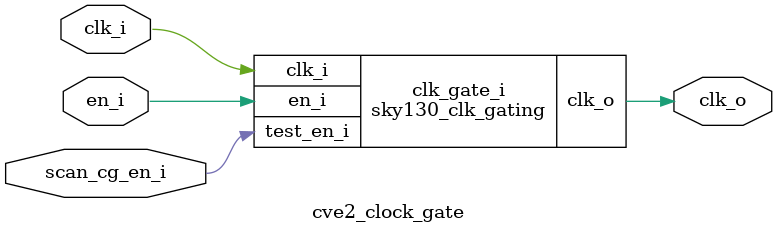
<source format=sv>

module sky130_clk_gating (
   input  logic clk_i,
   input  logic en_i,
   input  logic test_en_i,
   output logic clk_o
);


  sky130_fd_sc_hd__dlclkp_2 clkp_i (
    .GCLK(clk_o),
    .GATE(en_i),
    .CLK(clk_i)
  );


endmodule

module sky130_clk_inverter (
  input  logic clk_i,
  output logic clk_o
);
  
  sky130_fd_sc_hd__clkinv_2 inv_i (
    .A(clk_i),
    .Y(clk_o)
  );

endmodule


module sky130_clk_mux2 (
  input  logic clk0_i,
  input  logic clk1_i,
  input  logic clk_sel_i,
  output logic clk_o
);

  sky130_fd_sc_hdll__clkmux2_2 mux2_i (
    .A0(clk0_i),
    .A1(clk1_i),
    .S(clk_sel_i),
    .X(clk_o)
  );

endmodule

module tc_clk_mux2(
  input logic clk0_i,
  input logic clk1_i,
  input logic clk_sel_i,
  output logic clk_o
);

  sky130_clk_mux2 clk_mux2_i (
    .*
  );

endmodule

module  tc_clk_gating (
  input logic clk_i,
  input logic en_i,
  input logic test_en_i,
  output logic clk_o
);

  sky130_clk_gating clk_gating_i (
    .*
  );


endmodule

module cluster_clock_inverter(
  input  logic clk_i,
  output logic clk_o
);

  sky130_clk_inverter clk_inv_i (
    .*
  );

endmodule

module tc_clk_inverter(
  input  logic clk_i,
  output logic clk_o
);

  sky130_clk_inverter clk_inv_i (
    .*
  );

endmodule

module pulp_clock_mux2 (
  input  logic clk0_i,
  input  logic clk1_i,
  input  logic clk_sel_i,
  output logic clk_o
);

  sky130_clk_mux2 clk_mux2_i (
    .*
  );

endmodule

module cv32e40p_clock_gate (
   input  logic clk_i,
   input  logic en_i,
   input  logic scan_cg_en_i,
   output logic clk_o
);

  sky130_clk_gating clk_gate_i (
    .clk_i,
    .en_i,
    .test_en_i(scan_cg_en_i),
    .clk_o
  );

endmodule

module cve2_clock_gate (
   input  logic clk_i,
   input  logic en_i,
   input  logic scan_cg_en_i,
   output logic clk_o
);

  sky130_clk_gating clk_gate_i (
    .clk_i,
    .en_i,
    .test_en_i(scan_cg_en_i),
    .clk_o
  );

endmodule

</source>
